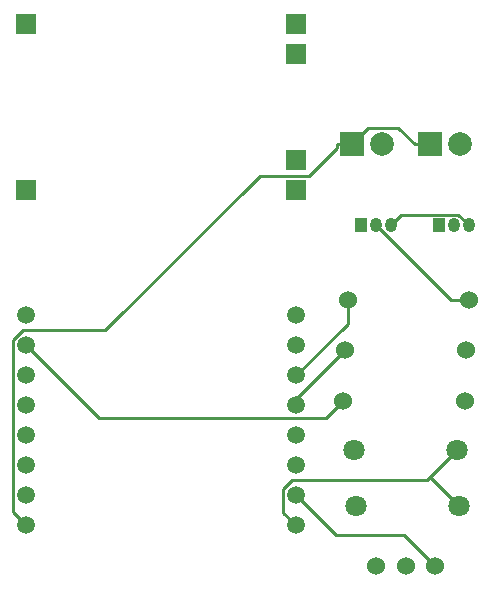
<source format=gbl>
G04 Layer: BottomLayer*
G04 EasyEDA v6.5.47, 2024-10-06 10:13:02*
G04 ffcbb33f17924234841025c486cc4069,e014b3835f5d4d88964e6d66dd9d747e,10*
G04 Gerber Generator version 0.2*
G04 Scale: 100 percent, Rotated: No, Reflected: No *
G04 Dimensions in millimeters *
G04 leading zeros omitted , absolute positions ,4 integer and 5 decimal *
%FSLAX45Y45*%
%MOMM*%

%ADD10C,0.2540*%
%ADD11C,1.8000*%
%ADD12R,2.0000X2.0000*%
%ADD13C,2.0000*%
%ADD14R,1.0000X1.2000*%
%ADD15O,0.9999979999999999X1.1999976*%
%ADD16C,1.5080*%
%ADD17R,1.8000X1.8000*%
%ADD18C,1.5240*%

%LPD*%
D10*
X3587089Y4965700D02*
G01*
X3442639Y4821250D01*
X1516049Y4821250D01*
X901700Y5435600D01*
X3599789Y5397500D02*
G01*
X3187700Y4985410D01*
X3187700Y4927600D01*
X3625189Y5816600D02*
G01*
X3625189Y5619089D01*
X3187700Y5181600D01*
X4648200Y6451600D02*
G01*
X4560112Y6539687D01*
X4075887Y6539687D01*
X3987800Y6451600D01*
X4364812Y3568700D02*
G01*
X4102201Y3831310D01*
X3521989Y3831310D01*
X3187700Y4165600D01*
X4321200Y4318000D02*
G01*
X4549800Y4546600D01*
X3187700Y3911600D02*
G01*
X3079267Y4020032D01*
X3079267Y4219346D01*
X3152520Y4292600D01*
X4295800Y4292600D01*
X4321200Y4318000D01*
X4562500Y4076700D02*
G01*
X4321200Y4318000D01*
X4655210Y5816600D02*
G01*
X4495800Y5816600D01*
X3860800Y6451600D01*
X4318000Y7137400D02*
G01*
X4190085Y7137400D01*
X4190085Y7137400D02*
G01*
X4050131Y7277354D01*
X3797554Y7277354D01*
X3657600Y7137400D01*
X3657600Y7137400D02*
G01*
X3529685Y7137400D01*
X901700Y3911600D02*
G01*
X791819Y4021480D01*
X791819Y5477611D01*
X876807Y5562600D01*
X1570609Y5562600D01*
X2880969Y6872960D01*
X3297224Y6872960D01*
X3529685Y7105421D01*
X3529685Y7137400D01*
D11*
G01*
X3679799Y4546600D03*
G01*
X4549800Y4546600D03*
G01*
X3692499Y4076700D03*
G01*
X4562500Y4076700D03*
D12*
G01*
X3657600Y7137400D03*
D13*
G01*
X3911600Y7137400D03*
D12*
G01*
X4318000Y7137400D03*
D13*
G01*
X4572000Y7137400D03*
D14*
G01*
X3733800Y6451600D03*
D15*
G01*
X3860800Y6451600D03*
G01*
X3987800Y6451600D03*
D14*
G01*
X4394200Y6451600D03*
D15*
G01*
X4521200Y6451600D03*
G01*
X4648200Y6451600D03*
D16*
G01*
X3187700Y3911600D03*
G01*
X901700Y3911600D03*
G01*
X3187700Y5689600D03*
G01*
X3187700Y5435600D03*
G01*
X3187700Y5181600D03*
G01*
X3187700Y4927600D03*
G01*
X3187700Y4673600D03*
G01*
X3187700Y4419600D03*
G01*
X3187700Y4165600D03*
G01*
X901700Y5689600D03*
G01*
X901700Y5435600D03*
G01*
X901700Y5181600D03*
G01*
X901700Y4927600D03*
G01*
X901700Y4673600D03*
G01*
X901700Y4419600D03*
G01*
X901700Y4165600D03*
D17*
G01*
X904494Y8154923D03*
G01*
X904494Y6754876D03*
G01*
X3184906Y8154923D03*
G01*
X3184906Y6754876D03*
G01*
X3184906Y7901762D03*
G01*
X3184906Y7008876D03*
D18*
G01*
X3587089Y4965700D03*
G01*
X4617110Y4965700D03*
G01*
X3625189Y5816600D03*
G01*
X4655210Y5816600D03*
G01*
X3599789Y5397500D03*
G01*
X4629810Y5397500D03*
G01*
X4364786Y3568700D03*
G01*
X4114800Y3568700D03*
G01*
X3864813Y3568700D03*
M02*

</source>
